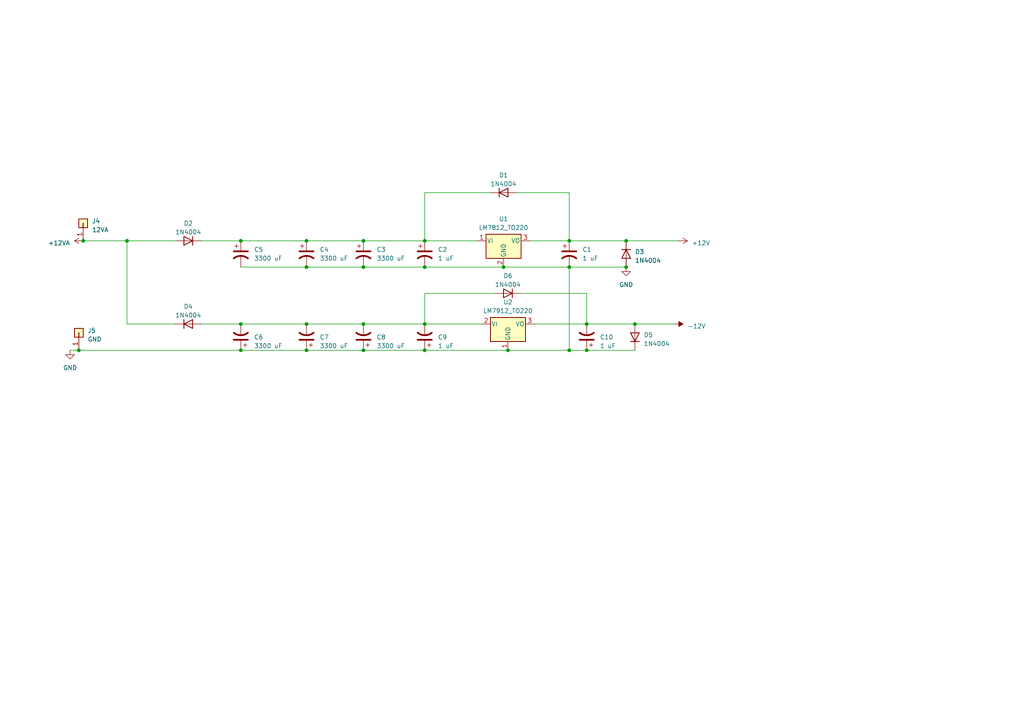
<source format=kicad_sch>
(kicad_sch (version 20230121) (generator eeschema)
  (paper "A4")
  (lib_symbols
    (symbol "Connector_Generic:Conn_01x01" (pin_names (offset 1.016) hide)
      (property "Reference" "J" (at 0 2.54 0))
      (property "Value" "Conn_01x01" (at 0 -2.54 0))
      (symbol "Conn_01x01_1_1"
        (rectangle (start -1.27 0.127) (end 0 -0.127) (stroke (width 0.1524)))
        (rectangle (start -1.27 1.27) (end 1.27 -1.27) (stroke (width 0.254)) (fill (type background)))
        (pin passive line (at -5.08 0 0) (length 3.81) (name "Pin_1") (number "1"))
      )
    )
    (symbol "Device:C_Polarized_US" (pin_numbers hide) (pin_names (offset 0.254) hide)
      (property "Reference" "C" (at 0.635 2.54 0))
      (property "Value" "C_Polarized_US" (at 0.635 -2.54 0))
      (symbol "C_Polarized_US_0_1"
        (polyline (pts (xy -2.032 0.762) (xy 2.032 0.762)) (stroke (width 0.508)))
        (polyline (pts (xy -1.778 2.286) (xy -0.762 2.286)))
        (polyline (pts (xy -1.27 1.778) (xy -1.27 2.794)))
        (arc (start 2.032 -1.27) (mid 0 -0.5572) (end -2.032 -1.27) (stroke (width 0.508)))
      )
      (symbol "C_Polarized_US_1_1"
        (pin passive line (at 0 3.81 270) (length 2.794) (name "~") (number "1"))
        (pin passive line (at 0 -3.81 90) (length 3.302) (name "~") (number "2"))
      )
    )
    (symbol "Diode:1N4004" (pin_numbers hide) (pin_names hide)
      (property "Reference" "D" (at 0 2.54 0))
      (property "Value" "1N4004" (at 0 -2.54 0))
      (symbol "1N4004_0_1"
        (polyline (pts (xy -1.27 1.27) (xy -1.27 -1.27)) (stroke (width 0.254)))
        (polyline (pts (xy 1.27 0) (xy -1.27 0)))
        (polyline (pts (xy 1.27 1.27) (xy 1.27 -1.27) (xy -1.27 0) (xy 1.27 1.27)) (stroke (width 0.254)))
      )
      (symbol "1N4004_1_1"
        (pin passive line (at -3.81 0 0) (length 2.54) (name "K") (number "1"))
        (pin passive line (at 3.81 0 180) (length 2.54) (name "A") (number "2"))
      )
    )
    (symbol "Regulator_Linear:LM7812_TO220" (pin_names (offset 0.254))
      (property "Reference" "U" (at -3.81 3.175 0))
      (property "Value" "LM7812_TO220" (at 0 3.175 0))
      (symbol "LM7812_TO220_0_1"
        (rectangle (start -5.08 1.905) (end 5.08 -5.08) (stroke (width 0.254)) (fill (type background)))
      )
      (symbol "LM7812_TO220_1_1"
        (pin power_in line (at -7.62 0 0) (length 2.54) (name "VI") (number "1"))
        (pin power_in line (at 0 -7.62 90) (length 2.54) (name "GND") (number "2"))
        (pin power_out line (at 7.62 0 180) (length 2.54) (name "VO") (number "3"))
      )
    )
    (symbol "Regulator_Linear:LM7912_TO220" (pin_names (offset 0.254))
      (property "Reference" "U" (at -3.81 -3.175 0))
      (property "Value" "LM7912_TO220" (at 0 -3.175 0))
      (symbol "LM7912_TO220_0_1"
        (rectangle (start -5.08 5.08) (end 5.08 -1.905) (stroke (width 0.254)) (fill (type background)))
      )
      (symbol "LM7912_TO220_1_1"
        (pin power_in line (at 0 7.62 270) (length 2.54) (name "GND") (number "1"))
        (pin power_in line (at -7.62 0 0) (length 2.54) (name "VI") (number "2"))
        (pin power_out line (at 7.62 0 180) (length 2.54) (name "VO") (number "3"))
      )
    )
    (symbol "power:+12V" (power) (pin_names (offset 0))
      (property "Value" "+12V" (at 0 3.556 0))
      (symbol "+12V_0_1"
        (polyline (pts (xy -0.762 1.27) (xy 0 2.54)))
        (polyline (pts (xy 0 0) (xy 0 2.54)))
        (polyline (pts (xy 0 2.54) (xy 0.762 1.27)))
      )
      (symbol "+12V_1_1"
        (pin power_in line (at 0 0 90) (length 0) hide (name "+12V") (number "1"))
      )
    )
    (symbol "power:+12VA" (power) (pin_names (offset 0))
      (property "Value" "+12VA" (at 0 3.556 0))
      (symbol "+12VA_0_1"
        (polyline (pts (xy -0.762 1.27) (xy 0 2.54)))
        (polyline (pts (xy 0 0) (xy 0 2.54)))
        (polyline (pts (xy 0 2.54) (xy 0.762 1.27)))
      )
      (symbol "+12VA_1_1"
        (pin power_in line (at 0 0 90) (length 0) hide (name "+12VA") (number "1"))
      )
    )
    (symbol "power:-12V" (power) (pin_names (offset 0))
      (property "Value" "-12V" (at 0 3.81 0))
      (symbol "-12V_0_0"
        (pin power_in line (at 0 0 90) (length 0) hide (name "-12V") (number "1"))
      )
      (symbol "-12V_0_1"
        (polyline (pts (xy 0 0) (xy 0 1.27) (xy 0.762 1.27) (xy 0 2.54) (xy -0.762 1.27) (xy 0 1.27)) (fill (type outline)))
      )
    )
    (symbol "power:GND" (power) (pin_names (offset 0))
      (property "Value" "GND" (at 0 -3.81 0))
      (symbol "GND_0_1"
        (polyline (pts (xy 0 0) (xy 0 -1.27) (xy 1.27 -1.27) (xy 0 -2.54) (xy -1.27 -1.27) (xy 0 -1.27)))
      )
      (symbol "GND_1_1"
        (pin power_in line (at 0 0 270) (length 0) hide (name "GND") (number "1"))
      )
    )
  )
  (junction (at 123.19 69.85))
  (junction (at 88.9 77.47))
  (junction (at 24.13 69.85))
  (junction (at 36.83 69.85))
  (junction (at 165.1 69.85))
  (junction (at 181.61 77.47))
  (junction (at 184.15 93.98))
  (junction (at 69.85 69.85))
  (junction (at 146.05 77.47))
  (junction (at 69.85 93.98))
  (junction (at 88.9 93.98))
  (junction (at 22.86 101.6))
  (junction (at 88.9 69.85))
  (junction (at 170.18 93.98))
  (junction (at 69.85 101.6))
  (junction (at 123.19 101.6))
  (junction (at 181.61 69.85))
  (junction (at 105.41 101.6))
  (junction (at 147.32 101.6))
  (junction (at 105.41 93.98))
  (junction (at 165.1 101.6))
  (junction (at 123.19 93.98))
  (junction (at 105.41 69.85))
  (junction (at 123.19 77.47))
  (junction (at 170.18 101.6))
  (junction (at 88.9 101.6))
  (junction (at 165.1 77.47))
  (junction (at 105.41 77.47))
  (wire (pts (xy 151.13 85.09) (xy 170.18 85.09)))
  (wire (pts (xy 20.32 101.6) (xy 22.86 101.6)))
  (wire (pts (xy 147.32 101.6) (xy 165.1 101.6)))
  (wire (pts (xy 146.05 77.47) (xy 165.1 77.47)))
  (wire (pts (xy 123.19 101.6) (xy 147.32 101.6)))
  (wire (pts (xy 165.1 69.85) (xy 165.1 55.88)))
  (wire (pts (xy 105.41 93.98) (xy 123.19 93.98)))
  (wire (pts (xy 143.51 85.09) (xy 123.19 85.09)))
  (wire (pts (xy 165.1 77.47) (xy 181.61 77.47)))
  (wire (pts (xy 184.15 93.98) (xy 195.58 93.98)))
  (wire (pts (xy 22.86 101.6) (xy 69.85 101.6)))
  (wire (pts (xy 154.94 93.98) (xy 170.18 93.98)))
  (wire (pts (xy 69.85 101.6) (xy 88.9 101.6)))
  (wire (pts (xy 105.41 69.85) (xy 123.19 69.85)))
  (wire (pts (xy 123.19 85.09) (xy 123.19 93.98)))
  (wire (pts (xy 170.18 101.6) (xy 184.15 101.6)))
  (wire (pts (xy 123.19 69.85) (xy 138.43 69.85)))
  (wire (pts (xy 165.1 55.88) (xy 149.86 55.88)))
  (wire (pts (xy 88.9 101.6) (xy 105.41 101.6)))
  (wire (pts (xy 88.9 69.85) (xy 105.41 69.85)))
  (wire (pts (xy 36.83 69.85) (xy 50.8 69.85)))
  (wire (pts (xy 105.41 77.47) (xy 123.19 77.47)))
  (wire (pts (xy 88.9 93.98) (xy 105.41 93.98)))
  (wire (pts (xy 58.42 69.85) (xy 69.85 69.85)))
  (wire (pts (xy 58.42 93.98) (xy 69.85 93.98)))
  (wire (pts (xy 50.8 93.98) (xy 36.83 93.98)))
  (wire (pts (xy 165.1 77.47) (xy 165.1 101.6)))
  (wire (pts (xy 123.19 55.88) (xy 123.19 69.85)))
  (wire (pts (xy 123.19 93.98) (xy 139.7 93.98)))
  (wire (pts (xy 165.1 69.85) (xy 181.61 69.85)))
  (wire (pts (xy 153.67 69.85) (xy 165.1 69.85)))
  (wire (pts (xy 123.19 77.47) (xy 146.05 77.47)))
  (wire (pts (xy 69.85 77.47) (xy 88.9 77.47)))
  (wire (pts (xy 69.85 93.98) (xy 88.9 93.98)))
  (wire (pts (xy 36.83 69.85) (xy 24.13 69.85)))
  (wire (pts (xy 142.24 55.88) (xy 123.19 55.88)))
  (wire (pts (xy 88.9 77.47) (xy 105.41 77.47)))
  (wire (pts (xy 36.83 93.98) (xy 36.83 69.85)))
  (wire (pts (xy 181.61 69.85) (xy 196.85 69.85)))
  (wire (pts (xy 170.18 85.09) (xy 170.18 93.98)))
  (wire (pts (xy 69.85 69.85) (xy 88.9 69.85)))
  (wire (pts (xy 170.18 93.98) (xy 184.15 93.98)))
  (wire (pts (xy 165.1 101.6) (xy 170.18 101.6)))
  (wire (pts (xy 105.41 101.6) (xy 123.19 101.6)))
  (symbol (lib_id "power:GND") (at 181.61 77.47 0) (unit 1)
    (property "Reference" "#PWR03" (effects hide))
    (property "Value" "GND" (at 181.61 82.55 0))
  )
  (symbol (lib_id "power:-12V") (at 195.58 93.98 270) (unit 1)
    (property "Reference" "#PWR02" (effects hide))
    (property "Value" "-12V" (at 199.39 94.615 90) (effects (justify left)))
  )
  (symbol (lib_id "Device:C_Polarized_US") (at 69.85 97.79 180) (unit 1)
    (property "Reference" "C6" (at 73.66 97.79 0) (effects (justify right)))
    (property "Value" "3300 uF" (at 73.66 100.33 0) (effects (justify right)))
    (property "Footprint" "Capacitor_THT:CP_Radial_D16.0mm_P7.50mm" (effects hide))
  )
  (symbol (lib_id "Diode:1N4004") (at 184.15 97.79 90) (unit 1)
    (property "Reference" "D5" (at 186.69 97.155 90) (effects (justify right)))
    (property "Value" "1N4004" (at 186.69 99.695 90) (effects (justify right)))
    (property "Footprint" "Diode_THT:D_DO-41_SOD81_P10.16mm_Horizontal" (effects hide))
    (property "Datasheet" "http://www.vishay.com/docs/88503/1n4001.pdf" (effects hide))
    (property "Sim.Device" "D" (effects hide))
    (property "Sim.Pins" "1=K 2=A" (effects hide))
  )
  (symbol (lib_id "Regulator_Linear:LM7812_TO220") (at 146.05 69.85 0) (unit 1)
    (property "Reference" "U1" (at 146.05 63.5 0))
    (property "Value" "LM7812_TO220" (at 146.05 66.04 0))
    (property "Footprint" "Package_TO_SOT_THT:TO-220-3_Vertical" (effects hide))
    (property "Datasheet" "https://www.onsemi.cn/PowerSolutions/document/MC7800-D.PDF" (effects hide))
  )
  (symbol (lib_id "Device:C_Polarized_US") (at 105.41 73.66 0) (unit 1)
    (property "Reference" "C3" (at 109.22 72.39 0) (effects (justify left)))
    (property "Value" "3300 uF" (at 109.22 74.93 0) (effects (justify left)))
    (property "Footprint" "Capacitor_THT:CP_Radial_D16.0mm_P7.50mm" (effects hide))
  )
  (symbol (lib_id "Device:C_Polarized_US") (at 165.1 73.66 0) (unit 1)
    (property "Reference" "C1" (at 168.91 72.39 0) (effects (justify left)))
    (property "Value" "1 uF" (at 168.91 74.93 0) (effects (justify left)))
    (property "Footprint" "Capacitor_THT:CP_Radial_Tantal_D4.5mm_P5.00mm" (effects hide))
  )
  (symbol (lib_id "power:GND") (at 20.32 101.6 0) (unit 1)
    (property "Reference" "#PWR05" (effects hide))
    (property "Value" "GND" (at 20.32 106.68 0))
  )
  (symbol (lib_id "power:+12V") (at 196.85 69.85 270) (unit 1)
    (property "Reference" "#PWR01" (effects hide))
    (property "Value" "+12V" (at 200.66 70.485 90) (effects (justify left)))
  )
  (symbol (lib_id "Device:C_Polarized_US") (at 88.9 97.79 180) (unit 1)
    (property "Reference" "C7" (at 92.71 97.79 0) (effects (justify right)))
    (property "Value" "3300 uF" (at 92.71 100.33 0) (effects (justify right)))
    (property "Footprint" "Capacitor_THT:CP_Radial_D16.0mm_P7.50mm" (effects hide))
  )
  (symbol (lib_id "Regulator_Linear:LM7912_TO220") (at 147.32 93.98 0) (mirror x) (unit 1)
    (property "Reference" "U2" (at 147.32 87.63 0))
    (property "Value" "LM7912_TO220" (at 147.32 90.17 0))
    (property "Footprint" "Package_TO_SOT_THT:TO-220-3_Vertical" (effects hide))
    (property "Datasheet" "hhttps://www.onsemi.com/pub/Collateral/MC7900-D.PDF" (effects hide))
  )
  (symbol (lib_id "Device:C_Polarized_US") (at 123.19 97.79 180) (unit 1)
    (property "Reference" "C9" (at 127 97.79 0) (effects (justify right)))
    (property "Value" "1 uF" (at 127 100.33 0) (effects (justify right)))
    (property "Footprint" "Capacitor_THT:CP_Radial_Tantal_D4.5mm_P5.00mm" (effects hide))
  )
  (symbol (lib_id "Device:C_Polarized_US") (at 69.85 73.66 0) (unit 1)
    (property "Reference" "C5" (at 73.66 72.39 0) (effects (justify left)))
    (property "Value" "3300 uF" (at 73.66 74.93 0) (effects (justify left)))
    (property "Footprint" "Capacitor_THT:CP_Radial_D16.0mm_P7.50mm" (effects hide))
  )
  (symbol (lib_id "Device:C_Polarized_US") (at 105.41 97.79 180) (unit 1)
    (property "Reference" "C8" (at 109.22 97.79 0) (effects (justify right)))
    (property "Value" "3300 uF" (at 109.22 100.33 0) (effects (justify right)))
    (property "Footprint" "Capacitor_THT:CP_Radial_D16.0mm_P7.50mm" (effects hide))
  )
  (symbol (lib_id "Device:C_Polarized_US") (at 123.19 73.66 0) (unit 1)
    (property "Reference" "C2" (at 127 72.39 0) (effects (justify left)))
    (property "Value" "1 uF" (at 127 74.93 0) (effects (justify left)))
    (property "Footprint" "Capacitor_THT:CP_Radial_Tantal_D4.5mm_P5.00mm" (effects hide))
  )
  (symbol (lib_id "Diode:1N4004") (at 181.61 73.66 270) (unit 1)
    (property "Reference" "D3" (at 184.15 73.025 90) (effects (justify left)))
    (property "Value" "1N4004" (at 184.15 75.565 90) (effects (justify left)))
    (property "Footprint" "Diode_THT:D_DO-41_SOD81_P10.16mm_Horizontal" (effects hide))
    (property "Datasheet" "http://www.vishay.com/docs/88503/1n4001.pdf" (effects hide))
    (property "Sim.Device" "D" (effects hide))
    (property "Sim.Pins" "1=K 2=A" (effects hide))
  )
  (symbol (lib_id "Diode:1N4004") (at 54.61 69.85 180) (unit 1)
    (property "Reference" "D2" (at 54.61 64.77 0))
    (property "Value" "1N4004" (at 54.61 67.31 0))
    (property "Footprint" "Diode_THT:D_DO-41_SOD81_P10.16mm_Horizontal" (effects hide))
    (property "Datasheet" "http://www.vishay.com/docs/88503/1n4001.pdf" (effects hide))
    (property "Sim.Device" "D" (effects hide))
    (property "Sim.Pins" "1=K 2=A" (effects hide))
  )
  (symbol (lib_id "Diode:1N4004") (at 146.05 55.88 0) (unit 1)
    (property "Reference" "D1" (at 146.05 50.8 0))
    (property "Value" "1N4004" (at 146.05 53.34 0))
    (property "Footprint" "Diode_THT:D_DO-41_SOD81_P10.16mm_Horizontal" (effects hide))
    (property "Datasheet" "http://www.vishay.com/docs/88503/1n4001.pdf" (effects hide))
    (property "Sim.Device" "D" (effects hide))
    (property "Sim.Pins" "1=K 2=A" (effects hide))
  )
  (symbol (lib_id "Device:C_Polarized_US") (at 88.9 73.66 0) (unit 1)
    (property "Reference" "C4" (at 92.71 72.39 0) (effects (justify left)))
    (property "Value" "3300 uF" (at 92.71 74.93 0) (effects (justify left)))
    (property "Footprint" "Capacitor_THT:CP_Radial_D16.0mm_P7.50mm" (effects hide))
  )
  (symbol (lib_id "Connector_Generic:Conn_01x01") (at 24.13 64.77 90) (unit 1)
    (property "Reference" "J4" (at 26.67 64.135 90) (effects (justify right)))
    (property "Value" "12VA" (at 26.67 66.675 90) (effects (justify right)))
    (property "Footprint" "Connector_PinSocket_2.54mm:PinSocket_1x01_P2.54mm_Vertical" (effects hide))
  )
  (symbol (lib_id "power:+12VA") (at 24.13 69.85 90) (unit 1)
    (property "Reference" "#PWR04" (effects hide))
    (property "Value" "+12VA" (at 20.32 70.485 90) (effects (justify left)))
  )
  (symbol (lib_id "Diode:1N4004") (at 147.32 85.09 180) (unit 1)
    (property "Reference" "D6" (at 147.32 80.01 0))
    (property "Value" "1N4004" (at 147.32 82.55 0))
    (property "Footprint" "Diode_THT:D_DO-41_SOD81_P10.16mm_Horizontal" (effects hide))
    (property "Datasheet" "http://www.vishay.com/docs/88503/1n4001.pdf" (effects hide))
    (property "Sim.Device" "D" (effects hide))
    (property "Sim.Pins" "1=K 2=A" (effects hide))
  )
  (symbol (lib_id "Diode:1N4004") (at 54.61 93.98 0) (unit 1)
    (property "Reference" "D4" (at 54.61 88.9 0))
    (property "Value" "1N4004" (at 54.61 91.44 0))
    (property "Footprint" "Diode_THT:D_DO-41_SOD81_P10.16mm_Horizontal" (effects hide))
    (property "Datasheet" "http://www.vishay.com/docs/88503/1n4001.pdf" (effects hide))
    (property "Sim.Device" "D" (effects hide))
    (property "Sim.Pins" "1=K 2=A" (effects hide))
  )
  (symbol (lib_id "Device:C_Polarized_US") (at 170.18 97.79 180) (unit 1)
    (property "Reference" "C10" (at 173.99 97.79 0) (effects (justify right)))
    (property "Value" "1 uF" (at 173.99 100.33 0) (effects (justify right)))
    (property "Footprint" "Capacitor_THT:CP_Radial_Tantal_D4.5mm_P5.00mm" (effects hide))
  )
  (symbol (lib_id "Connector_Generic:Conn_01x01") (at 22.86 96.52 90) (unit 1)
    (property "Reference" "J5" (at 25.4 95.885 90) (effects (justify right)))
    (property "Value" "GND" (at 25.4 98.425 90) (effects (justify right)))
    (property "Footprint" "Connector_PinSocket_2.54mm:PinSocket_1x01_P2.54mm_Vertical" (effects hide))
  )
)
</source>
